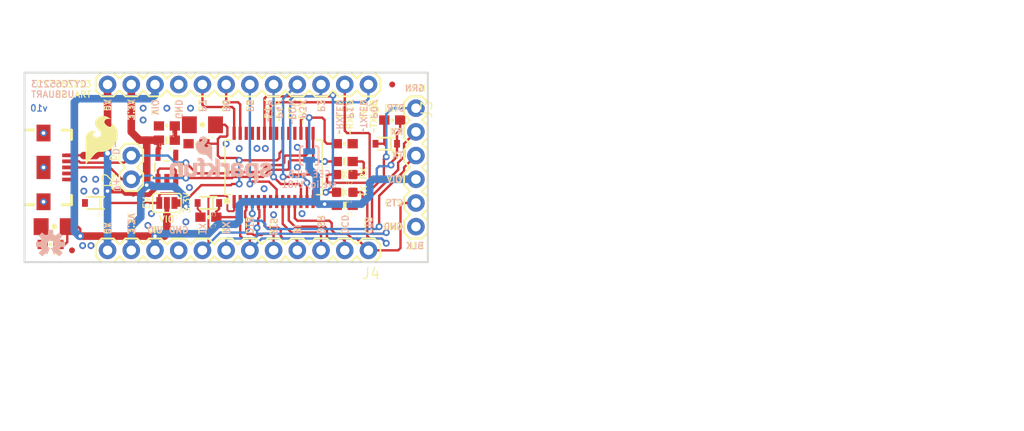
<source format=kicad_pcb>
(kicad_pcb (version 20211014) (generator pcbnew)
  (layers (0 "F.Cu" signal) (1 "In1.Cu" signal) (2 "In2.Cu" signal) (31 "B.Cu" signal) (34 "B.Paste" user) (35 "F.Paste" user) (36 "B.SilkS" user "B.Silkscreen") (37 "F.SilkS" user "F.Silkscreen") (38 "B.Mask" user) (39 "F.Mask" user) (44 "Edge.Cuts" user))
  (net 0 "")
  (net 1 "GND")
  (net 2 "5V")
  (net 3 "VDD")
  (net 4 "VCCIO")
  (net 5 "GPIO6")
  (net 6 "GPIO7")
  (net 7 "D-")
  (net 8 "D+")
  (net 9 "SHIELD_POUR")
  (net 10 "N$1")
  (net 11 "3.3V")
  (net 12 "N$2")
  (net 13 "N$3")
  (net 14 "GPIO0")
  (net 15 "GPIO1")
  (net 16 "GPIO3")
  (net 17 "GPIO2")
  (net 18 "GPIO4")
  (net 19 "RI")
  (net 20 "DCD")
  (net 21 "DSR")
  (net 22 "DTR")
  (net 23 "RTS")
  (net 24 "CTS")
  (net 25 "TXD")
  (net 26 "RXD")
  (net 27 "GPIO5")
  (net 28 "NC1")
  (footprint "boardEagle:MICRO-FIDUCIAL" (layer "F.Cu") (at 166.2811 96.1136)
    (fp_text reference "FD2" hide)
    (fp_text value "FIDUCIALUFIDUCIAL" hide)
  )
  (footprint "boardEagle:SOD-323" (layer "F.Cu") (at 146.5961 108.8136 180)
    (fp_text reference "D3")
    (fp_text value "PMEG4005EJ")
  )
  (footprint "boardEagle:1206-CAP" (layer "F.Cu") (at 145.9611 100.4316 180)
    (fp_text reference "C4")
    (fp_text value "4.7uF")
  )
  (footprint "boardEagle:PAD-JUMPER-3-2OF3_NC_BY_PASTE_YES_SILK_FULL_BOX" (layer "F.Cu") (at 142.1511 108.8136 180)
    (fp_text reference "JP1")
    (fp_text value "JUMPER-PAD-3-2OF3_NC_BY_PASTE")
  )
  (footprint "boardEagle:FTDI_BASIC" (layer "F.Cu") (at 168.8211 98.6536 -90)
    (fp_text reference "J3")
    (fp_text value "FTDI_BASICPTH")
  )
  (footprint "boardEagle:1X12" (layer "F.Cu") (at 163.7411 113.8936 180)
    (fp_text reference "J4")
    (fp_text value "")
  )
  (footprint "boardEagle:LED-0603" (layer "F.Cu") (at 161.2011 107.6706 90)
    (fp_text reference "D1")
    (fp_text value "RED")
  )
  (footprint "boardEagle:CREATIVE_COMMONS" (layer "F.Cu") (at 151.0411 132.9436)
    (fp_text reference "FRAME1" hide)
    (fp_text value "FRAME-LETTER" hide)
  )
  (footprint "boardEagle:1X02" (layer "F.Cu") (at 138.3411 106.2736 90)
    (fp_text reference "J2")
    (fp_text value "")
  )
  (footprint "boardEagle:0603-CAP" (layer "F.Cu") (at 166.2811 99.9236)
    (fp_text reference "C8")
    (fp_text value "10pF")
  )
  (footprint "boardEagle:0603-CAP" (layer "F.Cu") (at 142.1511 100.5586 180)
    (fp_text reference "C1")
    (fp_text value "2.2uF")
  )
  (footprint "boardEagle:0603-RES" (layer "F.Cu") (at 161.2011 104.3686 180)
    (fp_text reference "R4")
    (fp_text value "1K")
  )
  (footprint "boardEagle:SFE_LOGO_FLAME_.2" (layer "F.Cu") (at 133.1341 104.8766)
    (fp_text reference "LOGO5" hide)
    (fp_text value "SFE_LOGO_FLAME.2_INCH" hide)
  )
  (footprint "boardEagle:0603-CAP" (layer "F.Cu") (at 146.5961 110.3376 180)
    (fp_text reference "C7")
    (fp_text value "10pF")
  )
  (footprint "boardEagle:1X12" (layer "F.Cu") (at 163.7411 96.1136 180)
    (fp_text reference "J5")
    (fp_text value "")
  )
  (footprint "boardEagle:LED-0603" (layer "F.Cu") (at 161.2011 105.7656 90)
    (fp_text reference "D2")
    (fp_text value "GREEN")
  )
  (footprint "boardEagle:0603-CAP" (layer "F.Cu") (at 145.3261 102.4636 180)
    (fp_text reference "C3")
    (fp_text value "0.1uF")
  )
  (footprint "boardEagle:SOD-323" (layer "F.Cu") (at 165.6461 102.4636 180)
    (fp_text reference "D5")
    (fp_text value "PMEG4005EJ")
  )
  (footprint "boardEagle:USB-B-MICRO-SMD_V03" (layer "F.Cu") (at 128.9431 105.0036)
    (fp_text reference "J1")
    (fp_text value "MICROB")
  )
  (footprint "boardEagle:0603-RES" (layer "F.Cu") (at 142.1511 102.0826 180)
    (fp_text reference "R1")
    (fp_text value "0.27")
  )
  (footprint "boardEagle:SOT23-5" (layer "F.Cu") (at 142.1511 105.0036)
    (fp_text reference "U2")
    (fp_text value "3.3V")
  )
  (footprint "boardEagle:0603-RES" (layer "F.Cu") (at 161.2011 109.0676 180)
    (fp_text reference "R3")
    (fp_text value "1K")
  )
  (footprint "boardEagle:0603-CAP" (layer "F.Cu") (at 129.7051 113.2586 180)
    (fp_text reference "C5")
    (fp_text value "0.1uF")
  )
  (footprint "boardEagle:MICRO-FIDUCIAL" (layer "F.Cu") (at 131.9911 113.8936)
    (fp_text reference "FD1" hide)
    (fp_text value "FIDUCIALUFIDUCIAL" hide)
  )
  (footprint "boardEagle:SSOP28DB" (layer "F.Cu") (at 153.5811 105.0036)
    (fp_text reference "U1")
    (fp_text value "CY7C65213")
  )
  (footprint "boardEagle:1206-CAP" (layer "F.Cu") (at 130.0861 111.3536 180)
    (fp_text reference "C6")
    (fp_text value "4.7uF")
  )
  (footprint "boardEagle:0603-CAP" (layer "F.Cu") (at 161.2011 102.4636)
    (fp_text reference "C2")
    (fp_text value "1.0uF")
  )
  (footprint "boardEagle:SOD-323" (layer "F.Cu") (at 134.5311 108.8136 180)
    (fp_text reference "D4")
    (fp_text value "5.6V")
  )
  (footprint "boardEagle:OSHW-LOGO-S" (layer "B.Cu") (at 129.7051 113.2586 180)
    (fp_text reference "LOGO2" hide)
    (fp_text value "OSHW-LOGOS" hide)
  )
  (footprint "boardEagle:PAD-JUMPER-2-NO_YES_SILK" (layer "B.Cu") (at 157.3911 103.7336 90)
    (fp_text reference "JP2")
    (fp_text value "JUMPER-PAD-2-NOYES_SILK")
  )
  (footprint "boardEagle:SFE_LOGO_NAME_FLAME_.1" (layer "B.Cu") (at 153.8351 106.9086 180)
    (fp_text reference "LOGO1" hide)
    (fp_text value "SFE_LOGO_NAME_FLAME.1_INCH" hide)
  )
  (gr_line (start 126.9111 115.1636) (end 126.9111 94.8436) (layer "Edge.Cuts") (width 0.2032))
  (gr_line (start 170.0911 115.1636) (end 126.9111 115.1636) (layer "Edge.Cuts") (width 0.2032))
  (gr_line (start 170.0911 94.8436) (end 170.0911 115.1636) (layer "Edge.Cuts") (width 0.2032))
  (gr_line (start 126.9111 94.8436) (end 170.0911 94.8436) (layer "Edge.Cuts") (width 0.2032))
  (gr_text "v10" (at 129.4511 98.6536) (layer "B.Cu") (effects (font (size 0.69088 0.69088) (thickness 0.12192)) (justify left mirror)))
  (gr_text "VIO" (at 167.5511 106.2736) (layer "B.SilkS") (effects (font (size 0.69088 0.69088) (thickness 0.12192)) (justify left mirror)))
  (gr_text "RX" (at 167.5511 101.1936) (layer "B.SilkS") (effects (font (size 0.69088 0.69088) (thickness 0.12192)) (justify left mirror)))
  (gr_text "P6" (at 148.5011 97.6376 -90) (layer "B.SilkS") (effects (font (size 0.69088 0.69088) (thickness 0.12192)) (justify right mirror)))
  (gr_text "DCD" (at 161.2011 112.2426 -90) (layer "B.SilkS") (effects (font (size 0.69088 0.69088) (thickness 0.12192)) (justify left mirror)))
  (gr_text "GND" (at 143.4211 97.6376 -90) (layer "B.SilkS") (effects (font (size 0.69088 0.69088) (thickness 0.12192)) (justify right mirror)))
  (gr_text "GND" (at 143.4211 112.1156) (layer "B.SilkS") (effects (font (size 0.69088 0.69088) (thickness 0.12192)) (justify bottom mirror)))
  (gr_text "BLK" (at 168.6941 113.0046) (layer "B.SilkS") (effects (font (size 0.69088 0.69088) (thickness 0.12192)) (justify top mirror)))
  (gr_text "P5" (at 151.0411 97.6376 -90) (layer "B.SilkS") (effects (font (size 0.69088 0.69088) (thickness 0.12192)) (justify right mirror)))
  (gr_text "DTR" (at 151.0411 112.2426 -90) (layer "B.SilkS") (effects (font (size 0.69088 0.69088) (thickness 0.12192)) (justify left mirror)))
  (gr_text "3.3V" (at 138.3411 112.2426 -90) (layer "B.SilkS") (effects (font (size 0.69088 0.69088) (thickness 0.12192)) (justify left mirror)))
  (gr_text "5V" (at 135.8011 97.6376 -90) (layer "B.SilkS") (effects (font (size 0.69088 0.69088) (thickness 0.12192)) (justify right mirror)))
  (gr_text "RI" (at 156.1211 112.2426 -90) (layer "B.SilkS") (effects (font (size 0.69088 0.69088) (thickness 0.12192)) (justify left mirror)))
  (gr_text "DSR" (at 158.6611 112.2426 -90) (layer "B.SilkS") (effects (font (size 0.69088 0.69088) (thickness 0.12192)) (justify left mirror)))
  (gr_text "TX" (at 145.9611 112.2426 -90) (layer "B.SilkS") (effects (font (size 0.69088 0.69088) (thickness 0.12192)) (justify left mirror)))
  (gr_text "D-" (at 136.6901 103.7336 -90) (layer "B.SilkS") (effects (font (size 0.69088 0.69088) (thickness 0.12192)) (justify left mirror)))
  (gr_text "3.3V" (at 138.3411 97.6376 -90) (layer "B.SilkS") (effects (font (size 0.69088 0.69088) (thickness 0.12192)) (justify right mirror)))
  (gr_text "D+" (at 136.8171 106.0196 -90) (layer "B.SilkS") (effects (font (size 0.69088 0.69088) (thickness 0.12192)) (justify right mirror)))
  (gr_text "P0/\n~TXLED" (at 163.7411 97.6376 -90) (layer "B.SilkS") (effects (font (size 0.69088 0.69088) (thickness 0.12192)) (justify right mirror)))
  (gr_text "SEE WEB\nsfe.io/t481" (at 157.3911 106.2736) (layer "B.SilkS") (effects (font (size 0.69088 0.69088) (thickness 0.12192)) (justify mirror)))
  (gr_text "VIO" (at 140.8811 97.6376 -90) (layer "B.SilkS") (effects (font (size 0.69088 0.69088) (thickness 0.12192)) (justify right mirror)))
  (gr_text "P1/\n~RXLED" (at 161.2011 97.6376 -90) (layer "B.SilkS") (effects (font (size 0.69088 0.69088) (thickness 0.12192)) (justify right mirror)))
  (gr_text "TX" (at 167.5511 103.7336) (layer "B.SilkS") (effects (font (size 0.69088 0.69088) (thickness 0.12192)) (justify left mirror)))
  (gr_text "CY7C65213\nUSBUART" (at 127.5461 96.6216) (layer "B.SilkS") (effects (font (size 0.69088 0.69088) (thickness 0.12192)) (justify right mirror)))
  (gr_text "P2" (at 158.6611 97.6376 -90) (layer "B.SilkS") (effects (font (size 0.69088 0.69088) (thickness 0.12192)) (justify right mirror)))
  (gr_text "5V" (at 135.8011 112.2426 -90) (layer "B.SilkS") (effects (font (size 0.69088 0.69088) (thickness 0.12192)) (justify left mirror)))
  (gr_text "VIO" (at 140.8811 112.1156) (layer "B.SilkS") (effects (font (size 0.69088 0.69088) (thickness 0.12192)) (justify bottom mirror)))
  (gr_text "RTS" (at 153.5811 112.3696 -90) (layer "B.SilkS") (effects (font (size 0.69088 0.69088) (thickness 0.12192)) (justify left mirror)))
  (gr_text "P7" (at 145.9611 97.6376 -90) (layer "B.SilkS") (effects (font (size 0.69088 0.69088) (thickness 0.12192)) (justify right mirror)))
  (gr_text "RX" (at 148.5011 112.2426 -90) (layer "B.SilkS") (effects (font (size 0.69088 0.69088) (thickness 0.12192)) (justify left mirror)))
  (gr_text "GND" (at 167.5511 111.3536) (layer "B.SilkS") (effects (font (size 0.69088 0.69088) (thickness 0.12192)) (justify left mirror)))
  (gr_text "CTS" (at 167.5511 108.8136) (layer "B.SilkS") (effects (font (size 0.69088 0.69088) (thickness 0.12192)) (justify left mirror)))
  (gr_text "GRN" (at 168.6941 96.1136) (layer "B.SilkS") (effects (font (size 0.69088 0.69088) (thickness 0.12192)) (justify top mirror)))
  (gr_text "P4/\n~SLP" (at 153.5811 97.6376 -90) (layer "B.SilkS") (effects (font (size 0.69088 0.69088) (thickness 0.12192)) (justify right mirror)))
  (gr_text "CTS" (at 163.7411 112.2426 -90) (layer "B.SilkS") (effects (font (size 0.69088 0.69088) (thickness 0.12192)) (justify left mirror)))
  (gr_text "P3/\n~POW" (at 156.1211 97.6376 -90) (layer "B.SilkS") (effects (font (size 0.69088 0.69088) (thickness 0.12192)) (justify right mirror)))
  (gr_text "DTR" (at 167.6781 98.6536) (layer "B.SilkS") (effects (font (size 0.69088 0.69088) (thickness 0.12192)) (justify left mirror)))
  (gr_text "D-" (at 136.4361 104.3686 90) (layer "F.SilkS") (effects (font (size 0.69088 0.69088) (thickness 0.12192)) (justify left)))
  (gr_text "P1/\n~RXLED" (at 161.2011 97.6376 90) (layer "F.SilkS") (effects (font (size 0.69088 0.69088) (thickness 0.12192)) (justify right)))
  (gr_text "RX" (at 163.6141 105.6386 90) (layer "F.SilkS") (effects (font (size 0.69088 0.69088) (thickness 0.12192)) (justify bottom)))
  (gr_text "P4/\n~SLP" (at 153.5811 97.6376 90) (layer "F.SilkS") (effects (font (size 0.69088 0.69088) (thickness 0.12192)) (justify right)))
  (gr_text "D+" (at 136.4361 105.3846 90) (layer "F.SilkS") (effects (font (size 0.69088 0.69088) (thickness 0.12192)) (justify right)))
  (gr_text "DCD" (at 161.2011 112.2426 90) (layer "F.SilkS") (effects (font (size 0.69088 0.69088) (thickness 0.12192)) (justify left)))
  (gr_text "P3/\n~POW" (at 156.1211 97.6376 90) (layer "F.SilkS") (effects (font (size 0.69088 0.69088) (thickness 0.12192)) (justify right)))
  (gr_text "GND" (at 167.4241 111.3536) (layer "F.SilkS") (effects (font (size 0.69088 0.69088) (thickness 0.12192)) (justify right)))
  (gr_text "DSR" (at 158.6611 112.2426 90) (layer "F.SilkS") (effects (font (size 0.69088 0.69088) (thickness 0.12192)) (justify left)))
  (gr_text "3.3V" (at 138.3411 97.6376 90) (layer "F.SilkS") (effects (font (size 0.69088 0.69088) (thickness 0.12192)) (justify right)))
  (gr_text "VIO" (at 142.1511 110.9726) (layer "F.SilkS") (effects (font (size 0.69088 0.69088) (thickness 0.12192)) (justify bottom)))
  (gr_text "BLK" (at 168.8211 113.0046) (layer "F.SilkS") (effects (font (size 0.69088 0.69088) (thickness 0.12192)) (justify top)))
  (gr_text "CY7C65213\nUSBUART" (at 134.1501 96.6216) (layer "F.SilkS") (effects (font (size 0.69088 0.69088) (thickness 0.12192)) (justify right)))
  (gr_text "VIO" (at 167.4241 106.2736) (layer "F.SilkS") (effects (font (size 0.69088 0.69088) (thickness 0.12192)) (justify right)))
  (gr_text "TX" (at 163.6141 107.5436 90) (layer "F.SilkS") (effects (font (size 0.69088 0.69088) (thickness 0.12192)) (justify bottom)))
  (gr_text "RTS" (at 153.5811 112.3696 90) (layer "F.SilkS") (effects (font (size 0.69088 0.69088) (thickness 0.12192)) (justify left)))
  (gr_text "5V" (at 135.8011 112.2426 90) (layer "F.SilkS") (effects (font (size 0.69088 0.69088) (thickness 0.12192)) (justify left)))
  (gr_text "DTR" (at 167.4241 98.6536) (layer "F.SilkS") (effects (font (size 0.69088 0.69088) (thickness 0.12192)) (justify right)))
  (gr_text "GRN" (at 168.8211 96.1136) (layer "F.SilkS") (effects (font (size 0.69088 0.69088) (thickness 0.12192)) (justify top)))
  (gr_text "3.3V" (at 138.3411 112.2426 90) (layer "F.SilkS") (effects (font (size 0.69088 0.69088) (thickness 0.12192)) (justify left)))
  (gr_text "GND" (at 143.4211 97.6376 90) (layer "F.SilkS") (effects (font (size 0.69088 0.69088) (thickness 0.12192)) (justify right)))
  (gr_text "CTS" (at 163.7411 112.2426 90) (layer "F.SilkS") (effects (font (size 0.69088 0.69088) (thickness 0.12192)) (justify left)))
  (gr_text "VIO" (at 140.8811 97.6376 90) (layer "F.SilkS") (effects (font (size 0.69088 0.69088) (thickness 0.12192)) (justify right)))
  (gr_text "P5" (at 151.0411 97.6376 90) (layer "F.SilkS") (effects (font (size 0.69088 0.69088) (thickness 0.12192)) (justify right)))
  (gr_text "P6" (at 148.5011 97.6376 90) (layer "F.SilkS") (effects (font (size 0.69088 0.69088) (thickness 0.12192)) (justify right)))
  (gr_text "CTS" (at 167.4241 108.8136) (layer "F.SilkS") (effects (font (size 0.69088 0.69088) (thickness 0.12192)) (justify right)))
  (gr_text "TX" (at 167.4241 103.7336) (layer "F.SilkS") (effects (font (size 0.69088 0.69088) (thickness 0.12192)) (justify right)))
  (gr_text "VIO" (at 140.8811 112.1156) (layer "F.SilkS") (effects (font (size 0.69088 0.69088) (thickness 0.12192)) (justify bottom)))
  (gr_text "RI" (at 156.1211 112.2426 90) (layer "F.SilkS") (effects (font (size 0.69088 0.69088) (thickness 0.12192)) (justify left)))
  (gr_text "3.3V" (at 144.6911 108.8136 90) (layer "F.SilkS") (effects (font (size 0.69088 0.69088) (thickness 0.12192)) (justify bottom)))
  (gr_text "P7" (at 145.9611 97.6376 90) (layer "F.SilkS") (effects (font (size 0.69088 0.69088) (thickness 0.12192)) (justify right)))
  (gr_text "DTR" (at 151.0411 112.2426 90) (layer "F.SilkS") (effects (font (size 0.69088 0.69088) (thickness 0.12192)) (justify left)))
  (gr_text "RX" (at 148.5011 112.2426 90) (layer "F.SilkS") (effects (font (size 0.69088 0.69088) (thickness 0.12192)) (justify left)))
  (gr_text "P2" (at 158.6611 97.6376 90) (layer "F.SilkS") (effects (font (size 0.69088 0.69088) (thickness 0.12192)) (justify right)))
  (gr_text "GND" (at 143.4211 112.1156) (layer "F.SilkS") (effects (font (size 0.69088 0.69088) (thickness 0.12192)) (justify bottom)))
  (gr_text "P0/\n~TXLED" (at 163.7411 97.6376 90) (layer "F.SilkS") (effects (font (size 0.69088 0.69088) (thickness 0.12192)) (justify right)))
  (gr_text "5V" (at 135.8011 97.6376 90) (layer "F.SilkS") (effects (font (size 0.69088 0.69088) (thickness 0.12192)) (justify right)))
  (gr_text "5V" (at 140.3731 108.8136 90) (layer "F.SilkS") (effects (font (size 0.69088 0.69088) (thickness 0.12192)) (justify bottom)))
  (gr_text "RX" (at 167.4241 101.1936) (layer "F.SilkS") (effects (font (size 0.69088 0.69088) (thickness 0.12192)) (justify right)))
  (gr_text "TX" (at 145.9611 112.2426 90) (layer "F.SilkS") (effects (font (size 0.69088 0.69088) (thickness 0.12192)) (justify left)))
  (segment (start 145.7461 110.3376) (end 145.7461 109.7416) (width 0.2032) (layer "F.Cu") (net 1))
  (segment (start 145.4531 109.4486) (end 145.4531 108.9406) (width 0.2032) (layer "F.Cu") (net 1))
  (segment (start 145.7461 109.7416) (end 145.4531 109.4486) (width 0.2032) (layer "F.Cu") (net 1))
  (via (at 156.1211 102.8446) (size 0.7366) (drill 0.381) (layers "F.Cu" "B.Cu") (net 1))
  (via (at 133.2611 106.2736) (size 0.7366) (drill 0.381) (layers "F.Cu" "B.Cu") (net 1))
  (via (at 140.1191 111.2266) (size 0.7366) (drill 0.381) (layers "F.Cu" "B.Cu") (net 1))
  (via (at 133.2611 107.5436) (size 0.7366) (drill 0.381) (layers "F.Cu" "B.Cu") (net 1))
  (via (at 144.1831 110.8456) (size 0.7366) (drill 0.381) (layers "F.Cu" "B.Cu") (net 1))
  (via (at 156.1211 105.0036) (size 0.7366) (drill 0.381) (layers "F.Cu" "B.Cu") (net 1))
  (via (at 139.6111 98.6536) (size 0.7366) (drill 0.381) (layers "F.Cu" "B.Cu") (net 1))
  (via (at 140.5001 109.9566) (size 0.7366) (drill 0.381) (layers "F.Cu" "B.Cu") (net 1))
  (via (at 144.6911 98.6536) (size 0.7366) (drill 0.381) (layers "F.Cu" "B.Cu") (net 1))
  (via (at 142.1511 98.6536) (size 0.7366) (drill 0.381) (layers "F.Cu" "B.Cu") (net 1))
  (via (at 133.1341 113.3856) (size 0.7366) (drill 0.381) (layers "F.Cu" "B.Cu") (net 1))
  (via (at 144.5641 107.1626) (size 0.7366) (drill 0.381) (layers "F.Cu" "B.Cu") (net 1))
  (via (at 151.8031 102.9716) (size 0.7366) (drill 0.381) (layers "F.Cu" "B.Cu") (net 1))
  (via (at 139.6111 99.9236) (size 0.7366) (drill 0.381) (layers "F.Cu" "B.Cu") (net 1))
  (via (at 152.5651 107.2896) (size 0.7366) (drill 0.381) (layers "F.Cu" "B.Cu") (net 1))
  (via (at 134.0231 113.3856) (size 0.7366) (drill 0.381) (layers "F.Cu" "B.Cu") (net 1))
  (via (at 156.6291 109.9566) (size 0.7366) (drill 0.381) (layers "F.Cu" "B.Cu") (net 1))
  (via (at 152.6921 102.9716) (size 0.7366) (drill 0.381) (layers "F.Cu" "B.Cu") (net 1))
  (via (at 149.8981 102.9716) (size 0.7366) (drill 0.381) (layers "F.Cu" "B.Cu") (net 1))
  (via (at 153.5811 110.0836) (size 0.7366) (drill 0.381) (layers "F.Cu" "B.Cu") (net 1))
  (via (at 134.5311 107.5436) (size 0.7366) (drill 0.381) (layers "F.Cu" "B.Cu") (net 1))
  (via (at 148.5011 102.4636) (size 0.7366) (drill 0.381) (layers "F.Cu" "B.Cu") (net 1))
  (via (at 134.5311 106.2736) (size 0.7366) (drill 0.381) (layers "F.Cu" "B.Cu") (net 1))
  (segment (start 142.9131 105.1306) (end 141.3891 105.1306) (width 0.254) (layer "F.Cu") (net 2))
  (segment (start 149.0091 106.9086) (end 149.1361 106.7816) (width 0.254) (layer "F.Cu") (net 2))
  (segment (start 147.3611 100.4316) (end 148.3741 100.4316) (width 0.254) (layer "F.Cu") (net 2))
  (segment (start 141.3891 105.1306) (end 141.2011 105.3186) (width 0.254) (layer "F.Cu") (net 2))
  (segment (start 140.2461 107.9246) (end 141.2011 106.9696) (width 0.508) (layer "F.Cu") (net 2))
  (segment (start 141.2011 106.3037) (end 141.2011 105.3186) (width 0.254) (layer "F.Cu") (net 2))
  (segment (start 154.2161 103.4796) (end 154.5561 103.1396) (width 0.254) (layer "F.Cu") (net 2))
  (segment (start 134.7851 103.4796) (end 134.5311 103.7336) (width 0.8128) (layer "F.Cu") (net 2))
  (segment (start 139.4841 107.7976) (end 139.6111 107.9246) (width 0.508) (layer "F.Cu") (net 2))
  (segment (start 135.8011 107.5436) (end 137.4521 107.5436) (width 0.508) (layer "F.Cu") (net 2))
  (segment (start 148.6281 101.5746) (end 148.6281 100.6856) (width 0.254) (layer "F.Cu") (net 2))
  (segment (start 147.6121 102.4636) (end 147.6121 101.9556) (width 0.254) (layer "F.Cu") (net 2))
  (segment (start 141.2011 106.3037) (end 141.2011 106.9696) (width 0.508) (layer "F.Cu") (net 2))
  (segment (start 137.4521 107.5436) (end 137.7061 107.7976) (width 0.508) (layer "F.Cu") (net 2))
  (segment (start 147.6121 103.7336) (end 147.6121 102.4636) (width 0.254) (layer "F.Cu") (net 2))
  (segment (start 139.6111 107.9246) (end 140.2461 107.9246) (width 0.508) (layer "F.Cu") (net 2))
  (segment (start 137.7061 107.7976) (end 138.4681 107.7976) (width 0.508) (layer "F.Cu") (net 2))
  (segment (start 149.1361 106.7816) (end 149.8981 106.7816) (width 0.254) (layer "F.Cu") (net 2))
  (segment (start 135.6811 108.8136) (end 135.6811 107.6636) (width 0.254) (layer "F.Cu") (net 2))
  (segment (start 154.2161 103.9876) (end 154.2161 103.4796) (width 0.254) (layer "F.Cu") (net 2))
  (segment (start 149.6471 103.9906) (end 149.8981 104.2416) (width 0.254) (layer "F.Cu") (net 2))
  (segment (start 144.3101 108.1786) (end 144.5641 108.1786) (width 0.254) (layer "F.Cu") (net 2))
  (segment (start 133.2311 103.7036) (end 133.2611 103.7336) (width 0.254) (layer "F.Cu") (net 2))
  (segment (start 135.8011 103.4796) (end 134.7851 103.4796) (width 0.8128) (layer "F.Cu") (net 2))
  (segment (start 147.6121 101.9556) (end 147.8661 101.7016) (width 0.254) (layer "F.Cu") (net 2))
  (segment (start 147.8691 103.9906) (end 147.6121 103.7336) (width 0.254) (layer "F.Cu") (net 2))
  (segment (start 138.4681 107.7976) (end 139.4841 107.7976) (width 0.508) (layer "F.Cu") (net 2))
  (segment (start 131.6681 103.7036) (end 133.2311 103.7036) (width 0.254) (layer "F.Cu") (net 2))
  (segment (start 141.5161 107.7976) (end 143.9291 107.7976) (width 0.254) (layer "F.Cu") (net 2))
  (segment (start 149.6471 103.9906) (end 147.8691 103.9906) (width 0.254) (layer "F.Cu") (net 2))
  (segment (start 146.1761 102.4636) (end 147.6121 102.4636) (width 0.254) (layer "F.Cu") (net 2))
  (segment (start 148.5011 101.7016) (end 148.6281 101.5746) (width 0.254) (layer "F.Cu") (net 2))
  (segment (start 144.5641 108.1786) (end 145.8341 106.9086) (width 0.254) (layer "F.Cu") (net 2))
  (segment (start 153.9621 104.2416) (end 154.2161 103.9876) (width 0.254) (layer "F.Cu") (net 2))
  (segment (start 143.1011 106.3037) (end 143.1011 105.3186) (width 0.254) (layer "F.Cu") (net 2))
  (segment (start 154.5561 101.3476) (end 154.5561 103.1396) (width 0.254) (layer "F.Cu") (net 2))
  (segment (start 138.5561 107.8856) (end 138.4681 107.7976) (width 0.508) (layer "F.Cu") (net 2))
  (segment (start 145.8341 106.9086) (end 149.0091 106.9086) (width 0.254) (layer "F.Cu") (net 2))
  (segment (start 143.1011 105.3186) (end 142.9131 105.1306) (width 0.254) (layer "F.Cu") (net 2))
  (segment (start 143.9291 107.7976) (end 144.3101 108.1786) (width 0.254) (layer "F.Cu") (net 2))
  (segment (start 134.5311 103.7336) (end 133.2611 103.7336) (width 0.8128) (layer "F.Cu") (net 2))
  (segment (start 135.6811 107.6636) (end 135.8011 107.5436) (width 0.254) (layer "F.Cu") (net 2))
  (segment (start 149.8981 104.2416) (end 153.9621 104.2416) (width 0.254) (layer "F.Cu") (net 2))
  (segment (start 141.3383 108.8136) (end 135.6811 108.8136) (width 0.254) (layer "F.Cu") (net 2))
  (segment (start 135.8011 96.1136) (end 135.8011 103.4796) (width 0.8128) (layer "F.Cu") (net 2))
  (segment (start 148.6281 100.6856) (end 148.3741 100.4316) (width 0.254) (layer "F.Cu") (net 2))
  (segment (start 147.8661 101.7016) (end 148.5011 101.7016) (width 0.254) (layer "F.Cu") (net 2))
  (segment (start 141.3383 108.8136) (end 141.3383 107.9754) (width 0.254) (layer "F.Cu") (net 2))
  (segment (start 141.3383 107.9754) (end 141.5161 107.7976) (width 0.254) (layer "F.Cu") (net 2))
  (via (at 149.8981 104.2416) (size 0.7366) (drill 0.381) (layers "F.Cu" "B.Cu") (net 2))
  (via (at 135.8011 103.4796) (size 0.8636) (drill 0.508) (layers "F.Cu" "B.Cu") (net 2))
  (via (at 135.8011 107.5436) (size 0.7366) (drill 0.381) (layers "F.Cu" "B.Cu") (net 2))
  (via (at 149.8981 106.7816) (size 0.7366) (drill 0.381) (layers "F.Cu" "B.Cu") (net 2))
  (segment (start 135.8011 107.5436) (end 135.8011 113.8936) (width 0.8128) (layer "B.Cu") (net 2))
  (segment (start 149.8981 106.7816) (end 149.8981 104.2416) (width 0.254) (layer "B.Cu") (net 2))
  (segment (start 135.8011 103.4796) (end 135.8011 107.5436) (width 0.8128) (layer "B.Cu") (net 2))
  (segment (start 159.0421 99.9236) (end 159.0421 102.2096) (width 0.254) (layer "F.Cu") (net 3))
  (segment (start 159.2961 102.4636) (end 160.3511 102.4636) (width 0.254) (layer "F.Cu") (net 3))
  (segment (start 159.0421 102.2096) (end 159.2961 102.4636) (width 0.254) (layer "F.Cu") (net 3))
  (segment (start 157.3911 99.6696) (end 158.7881 99.6696) (width 0.254) (layer "F.Cu") (net 3))
  (segment (start 156.5061 99.9196) (end 156.7561 99.6696) (width 0.254) (layer "F.Cu") (net 3))
  (segment (start 156.7561 99.6696) (end 157.3911 99.6696) (width 0.254) (layer "F.Cu") (net 3))
  (segment (start 156.5061 101.3476) (end 156.5061 99.9196) (width 0.254) (layer "F.Cu") (net 3))
  (segment (start 158.7881 99.6696) (end 159.0421 99.9236) (width 0.254) (layer "F.Cu") (net 3))
  (via (at 157.3911 99.6696) (size 0.7366) (drill 0.381) (layers "F.Cu" "B.Cu") (net 3))
  (segment (start 157.3911 103.2836) (end 157.3911 99.6696) (width 0.254) (layer "B.Cu") (net 3))
  (segment (start 142.1511 108.8136) (end 142.1511 110.5916) (width 0.508) (layer "F.Cu") (net 4))
  (segment (start 151.3061 109.9456) (end 151.2951 109.9566) (width 0.254) (layer "F.Cu") (net 4))
  (segment (start 140.8811 112.3696) (end 141.8971 112.3696) (width 0.8128) (layer "F.Cu") (net 4))
  (segment (start 167.1311 100.9786) (end 166.7961 101.3136) (width 0.254) (layer "F.Cu") (net 4))
  (segment (start 166.7961 102.4636) (end 166.7961 101.3136) (width 0.254) (layer "F.Cu") (net 4))
  (segment (start 140.8811 112.3696) (end 140.8811 112.8776) (width 0.8128) (layer "F.Cu") (net 4))
  (segment (start 160.3511 109.0676) (end 159.1691 109.0676) (width 0.254) (layer "F.Cu") (net 4))
  (segment (start 131.8611 111.4836) (end 131.9911 111.3536) (width 0.254) (layer "F.Cu") (net 4))
  (segment (start 131.4861 111.3536) (end 131.4861 113.0016) (width 0.254) (layer "F.Cu") (net 4))
  (segment (start 167.1311 99.9236) (end 167.1311 100.9786) (width 0.254) (layer "F.Cu") (net 4))
  (segment (start 132.8801 112.3696) (end 140.8811 112.3696) (width 0.8128) (layer "F.Cu") (net 4))
  (segment (start 131.3561 111.4836) (end 131.4861 111.3536) (width 0.254) (layer "F.Cu") (net 4))
  (segment (start 142.1511 110.5916) (end 142.1511 112.1156) (width 0.8128) (layer "F.Cu") (net 4))
  (segment (start 151.3061 108.6596) (end 151.3061 109.9456) (width 0.254) (layer "F.Cu") (net 4))
  (segment (start 131.4861 111.3536) (end 132.6261 111.3536) (width 0.254) (layer "F.Cu") (net 4))
  (segment (start 166.1541 104.4956) (end 166.7961 103.8536) (width 0.254) (layer "F.Cu") (net 4))
  (segment (start 141.8971 112.3696) (end 142.1511 112.1156) (width 0.8128) (layer "F.Cu") (net 4))
  (segment (start 166.1541 104.7496) (end 166.1541 104.4956) (width 0.254) (layer "F.Cu") (net 4))
  (segment (start 166.7961 102.4636) (end 166.7961 103.8536) (width 0.254) (layer "F.Cu") (net 4))
  (segment (start 130.5551 113.2586) (end 131.2291 113.2586) (width 0.254) (layer "F.Cu") (net 4))
  (segment (start 131.4861 113.0016) (end 131.2291 113.2586) (width 0.254) (layer "F.Cu") (net 4))
  (segment (start 159.1691 109.0676) (end 159.0421 108.9406) (width 0.254) (layer "F.Cu") (net 4))
  (segment (start 142.2781 109.9566) (end 142.1511 110.0836) (width 0.254) (layer "F.Cu") (net 4))
  (segment (start 131.3561 111.4836) (end 131.8611 111.4836) (width 0.254) (layer "F.Cu") (net 4))
  (segment (start 132.8801 111.6076) (end 132.8801 112.3696) (width 0.254) (layer "F.Cu") (net 4))
  (segment (start 142.1511 110.0836) (end 142.1511 110.5916) (width 0.8128) (layer "F.Cu") (net 4))
  (segment (start 132.6261 111.3536) (end 132.8801 111.6076) (width 0.254) (layer "F.Cu") (net 4))
  (segment (start 160.3511 104.3686) (end 159.0421 104.3686) (width 0.254) (layer "F.Cu") (net 4))
  (via (at 140.8811 112.3696) (size 0.7366) (drill 0.381) (layers "F.Cu" "B.Cu") (net 4))
  (via (at 166.1541 104.7496) (size 0.7366) (drill 0.381) (layers "F.Cu" "B.Cu") (net 4))
  (via (at 159.0421 108.9406) (size 0.7366) (drill 0.381) (layers "F.Cu" "B.Cu") (net 4))
  (via (at 159.0421 104.3686) (size 0.7366) (drill 0.381) (layers "F.Cu" "B.Cu") (net 4))
  (via (at 151.2951 109.9566) (size 0.7366) (drill 0.381) (layers "F.Cu" "B.Cu") (net 4))
  (via (at 132.8801 112.3696) (size 0.7366) (drill 0.381) (layers "F.Cu" "B.Cu") (net 4))
  (segment (start 132.8801 112.3696) (end 132.7531 112.3696) (width 0.8128) (layer "B.Cu") (net 4))
  (segment (start 158.1531 105.8926) (end 158.1531 108.6866) (width 0.8128) (layer "B.Cu") (net 4))
  (segment (start 165.0111 106.2736) (end 168.8211 106.2736) (width 0.8128) (layer "B.Cu") (net 4))
  (segment (start 163.8681 106.6546) (end 164.2491 106.2736) (width 0.8128) (layer "B.Cu") (net 4))
  (segment (start 151.0411 108.6866) (end 158.1531 108.6866) (width 0.8128) (layer "B.Cu") (net 4))
  (segment (start 146.5961 112.1156) (end 147.6121 111.0996) (width 0.8128) (layer "B.Cu") (net 4))
  (segment (start 164.6301 105.8926) (end 165.0111 106.2736) (width 0.254) (layer "B.Cu") (net 4))
  (segment (start 164.8841 104.8766) (end 166.0271 104.8766) (width 0.254) (layer "B.Cu") (net 4))
  (segment (start 140.8811 97.2566) (end 140.5001 97.6376) (width 0.8128) (layer "B.Cu") (net 4))
  (segment (start 147.6121 111.0996) (end 149.5171 111.0996) (width 0.8128) (layer "B.Cu") (net 4))
  (segment (start 132.2451 98.0186) (end 132.2451 111.8616) (width 0.8128) (layer "B.Cu") (net 4))
  (segment (start 140.8811 96.1136) (end 140.8811 97.2566) (width 0.8128) (layer "B.Cu") (net 4))
  (segment (start 162.9791 108.9406) (end 163.8681 108.0516) (width 0.8128) (layer "B.Cu") (net 4))
  (segment (start 157.3911 104.1836) (end 158.3491 104.1836) (width 0.254) (layer "B.Cu") (net 4))
  (segment (start 146.5961 112.1156) (end 141.1351 112.1156) (width 0.8128) (layer "B.Cu") (net 4))
  (segment (start 150.2791 108.6866) (end 151.0411 108.6866) (width 0.8128) (layer "B.Cu") (net 4))
  (segment (start 140.8811 112.3696) (end 140.8811 113.8936) (width 0.8128) (layer "B.Cu") (net 4))
  (segment (start 157.3911 104.6226) (end 157.3911 105.1306) (width 0.8128) (layer "B.Cu") (net 4))
  (segment (start 141.1351 112.1156) (end 140.8811 112.3696) (width 0.8128) (layer "B.Cu") (net 4))
  (segment (start 132.7531 112.3696) (end 132.2451 111.8616) (width 0.8128) (layer "B.Cu") (net 4))
  (segment (start 149.8981 110.7186) (end 149.8981 109.0676) (width 0.8128) (layer "B.Cu") (net 4))
  (segment (start 163.8681 108.0516) (end 163.8681 106.6546) (width 0.8128) (layer "B.Cu") (net 4))
  (segment (start 159.0421 108.9406) (end 162.9791 108.9406) (width 0.8128) (layer "B.Cu") (net 4))
  (segment (start 164.6301 105.1306) (end 164.8841 104.8766) (width 0.254) (layer "B.Cu") (net 4))
  (segment (start 158.5341 104.3686) (end 158.3491 104.1836) (width 0.254) (layer "B.Cu") (net 4))
  (segment (start 132.6261 97.6376) (end 132.2451 98.0186) (width 0.8128) (layer "B.Cu") (net 4))
  (segment (start 157.3911 104.1836) (end 157.3911 104.6226) (width 0.508) (layer "B.Cu") (net 4))
  (segment (start 149.5171 111.0996) (end 149.8981 110.7186) (width 0.8128) (layer "B.Cu") (net 4))
  (segment (start 149.8981 109.0676) (end 150.2791 108.6866) (width 0.8128) (layer "B.Cu") (net 4))
  (segment (start 164.2491 106.2736) (end 165.0111 106.2736) (width 0.8128) (layer "B.Cu") (net 4))
  (segment (start 151.2951 109.9566) (end 151.2951 108.9406) (width 0.254) (layer "B.Cu") (net 4))
  (segment (start 166.0271 104.8766) (end 166.1541 104.7496) (width 0.254) (layer "B.Cu") (net 4))
  (segment (start 158.4071 108.9406) (end 159.0421 108.9406) (width 0.8128) (layer "B.Cu") (net 4))
  (segment (start 159.0421 104.3686) (end 158.5341 104.3686) (width 0.254) (layer "B.Cu") (net 4))
  (segment (start 157.3911 105.1306) (end 158.1531 105.8926) (width 0.8128) (layer "B.Cu") (net 4))
  (segment (start 158.1531 108.6866) (end 158.4071 108.9406) (width 0.8128) (layer "B.Cu") (net 4))
  (segment (start 151.2951 108.9406) (end 151.0411 108.6866) (width 0.254) (layer "B.Cu") (net 4))
  (segment (start 164.6301 105.8926) (end 164.6301 105.1306) (width 0.254) (layer "B.Cu") (net 4))
  (segment (start 140.5001 97.6376) (end 132.6261 97.6376) (width 0.8128) (layer "B.Cu") (net 4))
  (segment (start 148.7551 98.0186) (end 148.5011 97.7646) (width 0.254) (layer "F.Cu") (net 5))
  (segment (start 149.7711 98.0186) (end 148.7551 98.0186) (width 0.254) (layer "F.Cu") (net 5))
  (segment (start 148.5011 97.7646) (end 148.5011 96.1136) (width 0.254) (layer "F.Cu") (net 5))
  (segment (start 150.0061 98.2536) (end 150.0061 101.3476) (width 0.254) (layer "F.Cu") (net 5))
  (segment (start 150.0061 98.2536) (end 149.7711 98.0186) (width 0.254) (layer "F.Cu") (net 5))
  (segment (start 146.2151 98.5266) (end 145.9611 98.2726) (width 0.254) (layer "F.Cu") (net 6))
  (segment (start 149.1361 98.5266) (end 146.2151 98.5266) (width 0.254) (layer "F.Cu") (net 6))
  (segment (start 149.3561 98.7466) (end 149.3561 101.3476) (width 0.254) (layer "F.Cu") (net 6))
  (segment (start 149.3561 98.7466) (end 149.1361 98.5266) (width 0.254) (layer "F.Cu") (net 6))
  (segment (start 145.9611 98.2726) (end 145.9611 96.1136) (width 0.254) (layer "F.Cu") (net 6))
  (segment (start 152.1841 105.5116) (end 152.9461 104.7496) (width 0.254) (layer "F.Cu") (net 7))
  (segment (start 144.1831 104.4956) (end 145.3261 105.6386) (width 0.254) (layer "F.Cu") (net 7))
  (segment (start 131.6681 104.3536) (end 132.7381 104.3536) (width 0.254) (layer "F.Cu") (net 7))
  (segment (start 154.7241 103.8606) (end 154.8511 103.7336) (width 0.254) (layer "F.Cu") (net 7))
  (segment (start 148.7551 105.6386) (end 148.8821 105.5116) (width 0.254) (layer "F.Cu") (net 7))
  (segment (start 132.8801 104.4956) (end 137.5791 104.4956) (width 0.254) (layer "F.Cu") (net 7))
  (segment (start 154.7241 104.4956) (end 154.7241 103.8606) (width 0.254) (layer "F.Cu") (net 7))
  (segment (start 148.8821 105.5116) (end 152.1841 105.5116) (width 0.254) (layer "F.Cu") (net 7))
  (segment (start 152.9461 104.7496) (end 154.4701 104.7496) (width 0.254) (layer "F.Cu") (net 7))
  (segment (start 154.4701 104.7496) (end 154.7241 104.4956) (width 0.254) (layer "F.Cu") (net 7))
  (segment (start 145.3261 105.6386) (end 148.7551 105.6386) (width 0.254) (layer "F.Cu") (net 7))
  (segment (start 137.5791 104.4956) (end 138.3411 103.7336) (width 0.254) (layer "F.Cu") (net 7))
  (segment (start 157.0101 103.7336) (end 157.1561 103.5876) (width 0.254) (layer "F.Cu") (net 7))
  (segment (start 154.8511 103.7336) (end 157.0101 103.7336) (width 0.254) (layer "F.Cu") (net 7))
  (segment (start 157.1561 101.3476) (end 157.1561 103.5876) (width 0.254) (layer "F.Cu") (net 7))
  (segment (start 132.7381 104.3536) (end 132.8801 104.4956) (width 0.254) (layer "F.Cu") (net 7))
  (via (at 144.1831 104.4956) (size 0.7366) (drill 0.381) (layers "F.Cu" "B.Cu") (net 7))
  (segment (start 142.2781 103.7336) (end 143.0401 104.4956) (width 0.254) (layer "B.Cu") (net 7))
  (segment (start 143.0401 104.4956) (end 144.1831 104.4956) (width 0.254) (layer "B.Cu") (net 7))
  (segment (start 138.3411 103.7336) (end 142.2781 103.7336) (width 0.254) (layer "B.Cu") (net 7))
  (segment (start 149.1361 106.1466) (end 149.2631 106.0196) (width 0.254) (layer "F.Cu") (net 8))
  (segment (start 155.2321 104.3686) (end 155.3591 104.2416) (width 0.254) (layer "F.Cu") (net 8))
  (segment (start 144.1831 106.1466) (end 149.1361 106.1466) (width 0.254) (layer "F.Cu") (net 8))
  (segment (start 157.8061 101.3476) (end 157.8061 104.0806) (width 0.254) (layer "F.Cu") (net 8))
  (segment (start 157.6451 104.2416) (end 157.8061 104.0806) (width 0.254) (layer "F.Cu") (net 8))
  (segment (start 138.3411 106.2736) (end 137.3251 106.2736) (width 0.254) (layer "F.Cu") (net 8))
  (segment (start 136.0551 105.0036) (end 137.3251 106.2736) (width 0.254) (layer "F.Cu") (net 8))
  (segment (start 131.6681 105.0036) (end 136.0551 105.0036) (width 0.254) (layer "F.Cu") (net 8))
  (segment (start 149.2631 106.0196) (end 152.4381 106.0196) (width 0.254) (layer "F.Cu") (net 8))
  (segment (start 152.4381 106.0196) (end 153.2001 105.2576) (width 0.254) (layer "F.Cu") (net 8))
  (segment (start 155.2321 105.1306) (end 155.2321 104.3686) (width 0.254) (layer "F.Cu") (net 8))
  (segment (start 155.3591 104.2416) (end 157.6451 104.2416) (width 0.254) (layer "F.Cu") (net 8))
  (segment (start 155.1051 105.2576) (end 155.2321 105.1306) (width 0.254) (layer "F.Cu") (net 8))
  (segment (start 153.2001 105.2576) (end 155.1051 105.2576) (width 0.254) (layer "F.Cu") (net 8))
  (via (at 144.1831 106.1466) (size 0.7366) (drill 0.381) (layers "F.Cu" "B.Cu") (net 8))
  (segment (start 140.5001 105.8926) (end 140.7541 106.1466) (width 0.254) (layer "B.Cu") (net 8))
  (segment (start 139.4841 105.8926) (end 140.5001 105.8926) (width 0.254) (layer "B.Cu") (net 8))
  (segment (start 139.1031 106.2736) (end 139.4841 105.8926) (width 0.254) (layer "B.Cu") (net 8))
  (segment (start 138.3411 106.2736) (end 139.1031 106.2736) (width 0.254) (layer "B.Cu") (net 8))
  (segment (start 140.7541 106.1466) (end 144.1831 106.1466) (width 0.254) (layer "B.Cu") (net 8))
  (via (at 128.9431 105.0036) (size 0.7366) (drill 0.381) (layers "F.Cu" "B.Cu") (net 9))
  (via (at 128.9431 101.3206) (size 0.7366) (drill 0.381) (layers "F.Cu" "B.Cu") (net 9))
  (via (at 128.9431 108.6866) (size 0.7366) (drill 0.381) (layers "F.Cu" "B.Cu") (net 9))
  (segment (start 143.0011 102.0826) (end 143.0011 100.5586) (width 0.508) (layer "F.Cu") (net 10))
  (segment (start 143.2941 108.8136) (end 143.8021 108.8136) (width 0.8128) (layer "F.Cu") (net 11))
  (segment (start 140.7541 102.0826) (end 139.9921 102.0826) (width 0.8128) (layer "F.Cu") (net 11))
  (segment (start 139.9921 106.9086) (end 139.9921 102.0826) (width 0.8128) (layer "F.Cu") (net 11))
  (segment (start 141.2011 103.7035) (end 141.2011 103.0326) (width 0.508) (layer "F.Cu") (net 11))
  (segment (start 139.2301 102.0826) (end 138.3411 101.1936) (width 0.8128) (layer "F.Cu") (net 11))
  (segment (start 141.3011 102.0826) (end 140.7541 102.0826) (width 0.508) (layer "F.Cu") (net 11))
  (segment (start 142.9639 108.8136) (end 143.2941 108.8136) (width 0.508) (layer "F.Cu") (net 11))
  (segment (start 138.3411 101.1936) (end 138.3411 96.1136) (width 0.8128) (layer "F.Cu") (net 11))
  (segment (start 143.8021 108.8136) (end 144.1831 109.1946) (width 0.8128) (layer "F.Cu") (net 11))
  (segment (start 139.9921 102.0826) (end 139.2301 102.0826) (width 0.8128) (layer "F.Cu") (net 11))
  (segment (start 141.3011 102.0826) (end 141.3011 102.9326) (width 0.508) (layer "F.Cu") (net 11))
  (segment (start 141.2011 103.0326) (end 141.3011 102.9326) (width 0.508) (layer "F.Cu") (net 11))
  (via (at 144.1831 109.1946) (size 0.7366) (drill 0.381) (layers "F.Cu" "B.Cu") (net 11))
  (via (at 139.9921 106.9086) (size 0.7366) (drill 0.381) (layers "F.Cu" "B.Cu") (net 11))
  (segment (start 138.3411 111.3536) (end 138.3411 113.8936) (width 0.8128) (layer "B.Cu") (net 11))
  (segment (start 144.1831 109.1946) (end 144.1831 108.3056) (width 0.8128) (layer "B.Cu") (net 11))
  (segment (start 139.3571 107.5436) (end 139.3571 110.3376) (width 0.8128) (layer "B.Cu") (net 11))
  (segment (start 144.1831 108.3056) (end 142.9131 107.0356) (width 0.8128) (layer "B.Cu") (net 11))
  (segment (start 140.5001 106.9086) (end 139.9921 106.9086) (width 0.8128) (layer "B.Cu") (net 11))
  (segment (start 139.9921 106.9086) (end 139.3571 107.5436) (width 0.8128) (layer "B.Cu") (net 11))
  (segment (start 140.6271 107.0356) (end 140.5001 106.9086) (width 0.8128) (layer "B.Cu") (net 11))
  (segment (start 142.9131 107.0356) (end 140.6271 107.0356) (width 0.8128) (layer "B.Cu") (net 11))
  (segment (start 139.3571 110.3376) (end 138.3411 111.3536) (width 0.8128) (layer "B.Cu") (net 11))
  (segment (start 163.2331 105.6386) (end 163.2331 104.4956) (width 0.254) (layer "F.Cu") (net 12))
  (segment (start 163.1061 105.7656) (end 163.2331 105.6386) (width 0.254) (layer "F.Cu") (net 12))
  (segment (start 162.0781 105.7656) (end 163.1061 105.7656) (width 0.254) (layer "F.Cu") (net 12))
  (segment (start 162.0511 104.3686) (end 163.1061 104.3686) (width 0.254) (layer "F.Cu") (net 12))
  (segment (start 163.1061 104.3686) (end 163.2331 104.4956) (width 0.254) (layer "F.Cu") (net 12))
  (segment (start 163.1061 108.9406) (end 162.9791 109.0676) (width 0.254) (layer "F.Cu") (net 13))
  (segment (start 163.1061 107.7976) (end 163.1061 108.9406) (width 0.254) (layer "F.Cu") (net 13))
  (segment (start 162.0781 107.6706) (end 162.9791 107.6706) (width 0.254) (layer "F.Cu") (net 13))
  (segment (start 162.9791 109.0676) (end 162.0511 109.0676) (width 0.254) (layer "F.Cu") (net 13))
  (segment (start 162.9791 107.6706) (end 163.1061 107.7976) (width 0.254) (layer "F.Cu") (net 13))
  (segment (start 160.3241 107.6706) (end 159.1691 107.6706) (width 0.254) (layer "F.Cu") (net 14))
  (segment (start 159.8041 97.3836) (end 159.9311 97.2566) (width 0.254) (layer "F.Cu") (net 14))
  (segment (start 152.8191 97.3836) (end 159.8041 97.3836) (width 0.254) (layer "F.Cu") (net 14))
  (segment (start 152.6061 101.3476) (end 152.6061 97.5966) (width 0.254) (layer "F.Cu") (net 14))
  (segment (start 152.6061 97.5966) (end 152.8191 97.3836) (width 0.254) (layer "F.Cu") (net 14))
  (via (at 159.9311 97.2566) (size 0.7366) (drill 0.381) (layers "F.Cu" "B.Cu") (net 14))
  (via (at 159.1691 107.6706) (size 0.7366) (drill 0.381) (layers "F.Cu" "B.Cu") (net 14))
  (segment (start 159.9311 106.9086) (end 159.1691 107.6706) (width 0.254) (layer "B.Cu") (net 14))
  (segment (start 160.0581 98.0186) (end 163.3601 98.0186) (width 0.254) (layer "B.Cu") (net 14))
  (segment (start 160.0581 98.0186) (end 159.9311 97.8916) (width 0.254) (layer "B.Cu") (net 14))
  (segment (start 163.3601 98.0186) (end 163.7411 97.6376) (width 0.254) (layer "B.Cu") (net 14))
  (segment (start 163.7411 97.6376) (end 163.7411 96.1136) (width 0.254) (layer "B.Cu") (net 14))
  (segment (start 159.9311 97.2566) (end 159.9311 97.8916) (width 0.254) (layer "B.Cu") (net 14))
  (segment (start 159.9311 97.8916) (end 159.9311 106.9086) (width 0.254) (layer "B.Cu") (net 14))
  (segment (start 153.2561 98.2166) (end 153.4541 98.0186) (width 0.254) (layer "F.Cu") (net 15))
  (segment (start 163.8681 101.4476) (end 163.8681 106.4006) (width 0.254) (layer "F.Cu") (net 15))
  (segment (start 163.7411 101.3206) (end 163.8681 101.4476) (width 0.254) (layer "F.Cu") (net 15))
  (segment (start 153.4541 98.0186) (end 161.2011 98.0186) (width 0.254) (layer "F.Cu") (net 15))
  (segment (start 161.2011 96.1136) (end 161.2011 98.0186) (width 0.254) (layer "F.Cu") (net 15))
  (segment (start 161.2011 98.0186) (end 161.2011 101.0666) (width 0.254) (layer "F.Cu") (net 15))
  (segment (start 159.2961 106.5276) (end 159.2961 105.8926) (width 0.254) (layer "F.Cu") (net 15))
  (segment (start 163.6141 106.6546) (end 159.4231 106.6546) (width 0.254) (layer "F.Cu") (net 15))
  (segment (start 159.4231 106.6546) (end 159.2961 106.5276) (width 0.254) (layer "F.Cu") (net 15))
  (segment (start 161.4551 101.3206) (end 163.7411 101.3206) (width 0.254) (layer "F.Cu") (net 15))
  (segment (start 159.4231 105.7656) (end 160.3241 105.7656) (width 0.254) (layer "F.Cu") (net 15))
  (segment (start 163.8681 106.4006) (end 163.6141 106.6546) (width 0.254) (layer "F.Cu") (net 15))
  (segment (start 161.2011 101.0666) (end 161.4551 101.3206) (width 0.254) (layer "F.Cu") (net 15))
  (segment (start 159.2961 105.8926) (end 159.4231 105.7656) (width 0.254) (layer "F.Cu") (net 15))
  (segment (start 153.2561 101.3476) (end 153.2561 98.2166) (width 0.254) (layer "F.Cu") (net 15))
  (segment (start 158.0261 107.2896) (end 158.0261 106.1466) (width 0.254) (layer "F.Cu") (net 16))
  (segment (start 158.0261 106.1466) (end 157.6451 105.7656) (width 0.254) (layer "F.Cu") (net 16))
  (segment (start 157.8061 107.5096) (end 158.0261 107.2896) (width 0.254) (layer "F.Cu") (net 16))
  (segment (start 155.2321 106.0196) (end 154.5971 106.0196) (width 0.254) (layer "F.Cu") (net 16))
  (segment (start 155.4861 105.7656) (end 155.2321 106.0196) (width 0.254) (layer "F.Cu") (net 16))
  (segment (start 157.6451 105.7656) (end 155.4861 105.7656) (width 0.254) (layer "F.Cu") (net 16))
  (segment (start 157.8061 108.6596) (end 157.8061 107.5096) (width 0.254) (layer "F.Cu") (net 16))
  (via (at 154.5971 106.0196) (size 0.7366) (drill 0.381) (layers "F.Cu" "B.Cu") (net 16))
  (segment (start 154.5971 106.0196) (end 154.5971 97.6376) (width 0.254) (layer "B.Cu") (net 16))
  (segment (start 154.5971 97.6376) (end 156.1211 96.1136) (width 0.254) (layer "B.Cu") (net 16))
  (segment (start 157.1561 108.6596) (end 157.1561 106.6736) (width 0.254) (layer "F.Cu") (net 17))
  (segment (start 157.1561 106.6736) (end 157.1371 106.6546) (width 0.254) (layer "F.Cu") (net 17))
  (via (at 157.1371 106.6546) (size 0.7366) (drill 0.381) (layers "F.Cu" "B.Cu") (net 17))
  (segment (start 157.1371 106.6546) (end 157.1371 106.4006) (width 0.254) (layer "B.Cu") (net 17))
  (segment (start 158.6611 97.1296) (end 158.6611 96.1136) (width 0.254) (layer "B.Cu") (net 17))
  (segment (start 156.7561 106.0196) (end 155.6131 106.0196) (width 0.254) (layer "B.Cu") (net 17))
  (segment (start 155.3591 97.7646) (end 155.7401 97.3836) (width 0.254) (layer "B.Cu") (net 17))
  (segment (start 158.4071 97.3836) (end 158.6611 97.1296) (width 0.254) (layer "B.Cu") (net 17))
  (segment (start 155.6131 106.0196) (end 155.3591 105.7656) (width 0.254) (layer "B.Cu") (net 17))
  (segment (start 155.3591 105.7656) (end 155.3591 97.7646) (width 0.254) (layer "B.Cu") (net 17))
  (segment (start 157.1371 106.4006) (end 156.7561 106.0196) (width 0.254) (layer "B.Cu") (net 17))
  (segment (start 155.7401 97.3836) (end 158.4071 97.3836) (width 0.254) (layer "B.Cu") (net 17))
  (segment (start 154.3431 106.7816) (end 153.5811 106.0196) (width 0.254) (layer "F.Cu") (net 18))
  (segment (start 156.5061 107.0396) (end 156.2481 106.7816) (width 0.254) (layer "F.Cu") (net 18))
  (segment (start 156.2481 106.7816) (end 154.3431 106.7816) (width 0.254) (layer "F.Cu") (net 18))
  (segment (start 156.5061 108.6596) (end 156.5061 107.0396) (width 0.254) (layer "F.Cu") (net 18))
  (via (at 153.5811 106.0196) (size 0.7366) (drill 0.381) (layers "F.Cu" "B.Cu") (net 18))
  (segment (start 153.5811 106.0196) (end 153.5811 96.1136) (width 0.254) (layer "B.Cu") (net 18))
  (segment (start 152.8191 111.4806) (end 154.0891 111.4806) (width 0.254) (layer "F.Cu") (net 19))
  (segment (start 152.6061 108.6596) (end 152.6061 111.2676) (width 0.254) (layer "F.Cu") (net 19))
  (segment (start 154.0891 111.4806) (end 154.3431 111.7346) (width 0.254) (layer "F.Cu") (net 19))
  (segment (start 155.8671 112.6236) (end 156.1211 112.8776) (width 0.254) (layer "F.Cu") (net 19))
  (segment (start 154.3431 111.7346) (end 154.3431 112.3696) (width 0.254) (layer "F.Cu") (net 19))
  (segment (start 154.3431 112.3696) (end 154.5971 112.6236) (width 0.254) (layer "F.Cu") (net 19))
  (segment (start 156.1211 112.8776) (end 156.1211 113.8936) (width 0.254) (layer "F.Cu") (net 19))
  (segment (start 154.5971 112.6236) (end 155.8671 112.6236) (width 0.254) (layer "F.Cu") (net 19))
  (segment (start 152.6061 111.2676) (end 152.8191 111.4806) (width 0.254) (layer "F.Cu") (net 19))
  (segment (start 155.8671 111.3536) (end 159.0421 111.3536) (width 0.254) (layer "F.Cu") (net 20))
  (segment (start 155.2061 110.6926) (end 155.8671 111.3536) (width 0.254) (layer "F.Cu") (net 20))
  (segment (start 155.2061 108.6596) (end 155.2061 110.6926) (width 0.254) (layer "F.Cu") (net 20))
  (segment (start 159.2961 112.4966) (end 159.4231 112.6236) (width 0.254) (layer "F.Cu") (net 20))
  (segment (start 159.4231 112.6236) (end 160.9471 112.6236) (width 0.254) (layer "F.Cu") (net 20))
  (segment (start 159.0421 111.3536) (end 159.2961 111.6076) (width 0.254) (layer "F.Cu") (net 20))
  (segment (start 161.2011 112.8776) (end 161.2011 113.8936) (width 0.254) (layer "F.Cu") (net 20))
  (segment (start 159.2961 111.6076) (end 159.2961 112.4966) (width 0.254) (layer "F.Cu") (net 20))
  (segment (start 160.9471 112.6236) (end 161.2011 112.8776) (width 0.254) (layer "F.Cu") (net 20))
  (segment (start 154.5561 108.6596) (end 154.5561 111.0586) (width 0.254) (layer "F.Cu") (net 21))
  (segment (start 154.5561 111.0586) (end 155.4861 111.9886) (width 0.254) (layer "F.Cu") (net 21))
  (segment (start 158.5341 111.9886) (end 158.6611 112.1156) (width 0.254) (layer "F.Cu") (net 21))
  (segment (start 155.4861 111.9886) (end 158.5341 111.9886) (width 0.254) (layer "F.Cu") (net 21))
  (segment (start 158.6611 112.1156) (end 158.6611 113.8936) (width 0.254) (layer "F.Cu") (net 21))
  (segment (start 147.4461 109.7416) (end 147.7461 109.4416) (width 0.254) (layer "F.Cu") (net 22))
  (segment (start 147.4461 110.3376) (end 147.4461 109.7416) (width 0.254) (layer "F.Cu") (net 22))
  (segment (start 165.4311 99.9236) (end 165.4311 102.4246) (width 0.254) (layer "F.Cu") (net 22))
  (segment (start 164.4961 102.4636) (end 165.3921 102.4636) (width 0.254) (layer "F.Cu") (net 22))
  (segment (start 150.0061 112.3506) (end 150.2791 112.6236) (width 0.254) (layer "F.Cu") (net 22))
  (segment (start 165.3921 106.0196) (end 165.3921 104.1146) (width 0.254) (layer "F.Cu") (net 22))
  (segment (start 150.0061 110.3376) (end 150.0061 112.3506) (width 0.254) (layer "F.Cu") (net 22))
  (segment (start 151.0411 112.7506) (end 151.0411 113.8936) (width 0.254) (layer "F.Cu") (net 22))
  (segment (start 163.6141 112.3696) (end 163.6141 107.7976) (width 0.254) (layer "F.Cu") (net 22))
  (segment (start 165.3921 102.4636) (end 165.6461 102.7176) (width 0.254) (layer "F.Cu") (net 22))
  (segment (start 150.9141 112.6236) (end 151.0411 112.7506) (width 0.254) (layer "F.Cu") (net 22))
  (segment (start 165.6461 113.1316) (end 165.1381 112.6236) (width 0.254) (layer "F.Cu") (net 22))
  (segment (start 165.6461 102.7176) (end 165.6461 103.8606) (width 0.254) (layer "F.Cu") (net 22))
  (segment (start 165.1381 112.6236) (end 163.8681 112.6236) (width 0.254) (layer "F.Cu") (net 22))
  (segment (start 150.2791 112.6236) (end 150.9141 112.6236) (width 0.254) (layer "F.Cu") (net 22))
  (segment (start 147.4461 110.3376) (end 150.0061 110.3376) (width 0.254) (layer "F.Cu") (net 22))
  (segment (start 165.3921 104.1146) (end 165.6461 103.8606) (width 0.254) (layer "F.Cu") (net 22))
  (segment (start 165.4311 102.4246) (end 165.3921 102.4636) (width 0.254) (layer "F.Cu") (net 22))
  (segment (start 147.7461 108.8136) (end 147.7461 109.4416) (width 0.254) (layer "F.Cu") (net 22))
  (segment (start 150.0061 108.6596) (end 150.0061 110.3376) (width 0.254) (layer "F.Cu") (net 22))
  (segment (start 163.8681 112.6236) (end 163.6141 112.3696) (width 0.254) (layer "F.Cu") (net 22))
  (segment (start 163.6141 107.7976) (end 165.3921 106.0196) (width 0.254) (layer "F.Cu") (net 22))
  (via (at 165.6461 113.1316) (size 0.7366) (drill 0.381) (layers "F.Cu" "B.Cu") (net 22))
  (via (at 165.6461 103.8606) (size 0.7366) (drill 0.381) (layers "F.Cu" "B.Cu") (net 22))
  (segment (start 166.2811 98.6536) (end 168.8211 98.6536) (width 0.254) (layer "B.Cu") (net 22))
  (segment (start 165.1381 112.6236) (end 165.6461 113.1316) (width 0.254) (layer "B.Cu") (net 22))
  (segment (start 165.6461 99.2886) (end 166.2811 98.6536) (width 0.254) (layer "B.Cu") (net 22))
  (segment (start 165.6461 103.8606) (end 165.6461 99.2886) (width 0.254) (layer "B.Cu") (net 22))
  (segment (start 152.3111 112.6236) (end 151.0411 113.8936) (width 0.254) (layer "B.Cu") (net 22))
  (segment (start 165.1381 112.6236) (end 152.3111 112.6236) (width 0.254) (layer "B.Cu") (net 22))
  (segment (start 152.4381 112.1156) (end 153.4541 112.1156) (width 0.254) (layer "F.Cu") (net 23))
  (segment (start 151.4221 112.2426) (end 152.3111 112.2426) (width 0.254) (layer "F.Cu") (net 23))
  (segment (start 150.6601 111.9806) (end 150.6561 111.9846) (width 0.254) (layer "F.Cu") (net 23))
  (segment (start 151.2951 112.1156) (end 151.4221 112.2426) (width 0.254) (layer "F.Cu") (net 23))
  (segment (start 153.5811 112.2426) (end 153.5811 113.8936) (width 0.254) (layer "F.Cu") (net 23))
  (segment (start 153.4541 112.1156) (end 153.5811 112.2426) (width 0.254) (layer "F.Cu") (net 23))
  (segment (start 152.3111 112.2426) (end 152.4381 112.1156) (width 0.254) (layer "F.Cu") (net 23))
  (segment (start 150.6561 108.6596) (end 150.6561 109.5796) (width 0.254) (layer "F.Cu") (net 23))
  (segment (start 150.7871 112.1156) (end 151.2951 112.1156) (width 0.254) (layer "F.Cu") (net 23))
  (segment (start 150.5331 110.3376) (end 150.6601 110.4646) (width 0.254) (layer "F.Cu") (net 23))
  (segment (start 150.5331 109.7026) (end 150.5331 110.3376) (width 0.254) (layer "F.Cu") (net 23))
  (segment (start 150.6561 111.9846) (end 150.7871 112.1156) (width 0.254) (layer "F.Cu") (net 23))
  (segment (start 150.6561 109.5796) (end 150.5331 109.7026) (width 0.254) (layer "F.Cu") (net 23))
  (segment (start 150.6601 110.4646) (end 150.6601 111.9806) (width 0.254) (layer "F.Cu") (net 23))
  (segment (start 167.1701 113.6396) (end 167.1701 109.0676) (width 0.254) (layer "F.Cu") (net 24))
  (segment (start 159.5501 110.7186) (end 159.8041 110.9726) (width 0.254) (layer "F.Cu") (net 24))
  (segment (start 159.8041 111.7346) (end 160.1851 112.1156) (width 0.254) (layer "F.Cu") (net 24))
  (segment (start 167.1701 109.0676) (end 167.4241 108.8136) (width 0.254) (layer "F.Cu") (net 24))
  (segment (start 161.9631 112.6236) (end 162.4711 112.6236) (width 0.254) (layer "F.Cu") (net 24))
  (segment (start 163.7411 113.8936) (end 166.9161 113.8936) (width 0.254) (layer "F.Cu") (net 24))
  (segment (start 161.4551 112.1156) (end 161.9631 112.6236) (width 0.254) (layer "F.Cu") (net 24))
  (segment (start 167.4241 108.8136) (end 168.8211 108.8136) (width 0.254) (layer "F.Cu") (net 24))
  (segment (start 159.8041 110.9726) (end 159.8041 111.7346) (width 0.254) (layer "F.Cu") (net 24))
  (segment (start 162.4711 112.6236) (end 163.7411 113.8936) (width 0.254) (layer "F.Cu") (net 24))
  (segment (start 155.8561 110.4536) (end 156.1211 110.7186) (width 0.254) (layer "F.Cu") (net 24))
  (segment (start 156.1211 110.7186) (end 159.5501 110.7186) (width 0.254) (layer "F.Cu") (net 24))
  (segment (start 160.1851 112.1156) (end 161.4551 112.1156) (width 0.254) (layer "F.Cu") (net 24))
  (segment (start 166.9161 113.8936) (end 167.1701 113.6396) (width 0.254) (layer "F.Cu") (net 24))
  (segment (start 155.8561 108.6596) (end 155.8561 110.4536) (width 0.254) (layer "F.Cu") (net 24))
  (segment (start 146.8501 108.0516) (end 146.5961 108.3056) (width 0.2032) (layer "F.Cu") (net 25))
  (segment (start 146.5961 113.2586) (end 145.9611 113.8936) (width 0.2032) (layer "F.Cu") (net 25))
  (segment (start 149.2631 109.7026) (end 148.7551 109.7026) (width 0.2032) (layer "F.Cu") (net 25))
  (segment (start 149.3561 108.6596) (end 149.3561 109.6096) (width 0.2032) (layer "F.Cu") (net 25))
  (segment (start 148.5011 108.0516) (end 146.8501 108.0516) (width 0.2032) (layer "F.Cu") (net 25))
  (segment (start 149.3561 109.6096) (end 149.2631 109.7026) (width 0.2032) (layer "F.Cu") (net 25))
  (segment (start 164.8841 108.0516) (end 167.5511 105.3846) (width 0.254) (layer "F.Cu") (net 25))
  (segment (start 164.8841 111.3536) (end 164.8841 108.0516) (width 0.254) (layer "F.Cu") (net 25))
  (segment (start 146.5961 108.3056) (end 146.5961 113.2586) (width 0.2032) (layer "F.Cu") (net 25))
  (segment (start 148.6281 109.5756) (end 148.6281 108.1786) (width 0.2032) (layer "F.Cu") (net 25))
  (segment (start 148.7551 109.7026) (end 148.6281 109.5756) (width 0.2032) (layer "F.Cu") (net 25))
  (segment (start 148.6281 108.1786) (end 148.5011 108.0516) (width 0.2032) (layer "F.Cu") (net 25))
  (segment (start 167.5511 105.0036) (end 168.8211 103.7336) (width 0.254) (layer "F.Cu") (net 25))
  (segment (start 167.5511 105.3846) (end 167.5511 105.0036) (width 0.254) (layer "F.Cu") (net 25))
  (via (at 164.8841 111.3536) (size 0.7366) (drill 0.381) (layers "F.Cu" "B.Cu") (net 25))
  (segment (start 151.1681 110.7186) (end 150.9141 110.9726) (width 0.254) (layer "B.Cu") (net 25))
  (segment (start 150.6601 111.9886) (end 147.8661 111.9886) (width 0.254) (layer "B.Cu") (net 25))
  (segment (start 152.3111 110.7186) (end 151.1681 110.7186) (width 0.254) (layer "B.Cu") (net 25))
  (segment (start 150.9141 111.7346) (end 150.6601 111.9886) (width 0.254) (layer "B.Cu") (net 25))
  (segment (start 164.6301 111.6076) (end 164.8841 111.3536) (width 0.254) (layer "B.Cu") (net 25))
  (segment (start 150.9141 110.9726) (end 150.9141 111.7346) (width 0.254) (layer "B.Cu") (net 25))
  (segment (start 152.9461 111.6076) (end 152.6921 111.3536) (width 0.254) (layer "B.Cu") (net 25))
  (segment (start 152.6921 111.3536) (end 152.6921 111.0996) (width 0.254) (layer "B.Cu") (net 25))
  (segment (start 164.6301 111.6076) (end 152.9461 111.6076) (width 0.254) (layer "B.Cu") (net 25))
  (segment (start 147.8661 111.9886) (end 145.9611 113.8936) (width 0.254) (layer "B.Cu") (net 25))
  (segment (start 152.6921 111.0996) (end 152.3111 110.7186) (width 0.254) (layer "B.Cu") (net 25))
  (segment (start 151.9561 109.4746) (end 152.0571 109.5756) (width 0.254) (layer "F.Cu") (net 26))
  (segment (start 165.5191 112.1156) (end 164.2491 112.1156) (width 0.254) (layer "F.Cu") (net 26))
  (segment (start 167.5511 102.4636) (end 168.8211 101.1936) (width 0.254) (layer "F.Cu") (net 26))
  (segment (start 152.0571 109.5756) (end 152.0571 110.3376) (width 0.254) (layer "F.Cu") (net 26))
  (segment (start 164.1221 111.9886) (end 164.1221 108.0516) (width 0.254) (layer "F.Cu") (net 26))
  (segment (start 151.9301 111.3536) (end 151.8031 111.4806) (width 0.254) (layer "F.Cu") (net 26))
  (segment (start 151.9561 108.6596) (end 151.9561 109.4746) (width 0.254) (layer "F.Cu") (net 26))
  (segment (start 152.0571 110.3376) (end 151.9301 110.4646) (width 0.254) (layer "F.Cu") (net 26))
  (segment (start 166.9161 104.4956) (end 167.5511 103.8606) (width 0.254) (layer "F.Cu") (net 26))
  (segment (start 167.5511 103.8606) (end 167.5511 102.4636) (width 0.254) (layer "F.Cu") (net 26))
  (segment (start 164.2491 112.1156) (end 164.1221 111.9886) (width 0.254) (layer "F.Cu") (net 26))
  (segment (start 166.9161 105.2576) (end 166.9161 104.4956) (width 0.254) (layer "F.Cu") (net 26))
  (segment (start 151.9301 110.4646) (end 151.9301 111.3536) (width 0.254) (layer "F.Cu") (net 26))
  (segment (start 165.6461 111.9886) (end 165.5191 112.1156) (width 0.254) (layer "F.Cu") (net 26))
  (segment (start 164.1221 108.0516) (end 166.9161 105.2576) (width 0.254) (layer "F.Cu") (net 26))
  (via (at 165.6461 111.9886) (size 0.7366) (drill 0.381) (layers "F.Cu" "B.Cu") (net 26))
  (via (at 151.8031 111.4806) (size 0.7366) (drill 0.381) (layers "F.Cu" "B.Cu") (net 26))
  (segment (start 151.8031 111.4806) (end 151.8031 112.1156) (width 0.254) (layer "B.Cu") (net 26))
  (segment (start 151.5491 112.6236) (end 148.6281 112.6236) (width 0.254) (layer "B.Cu") (net 26))
  (segment (start 165.5191 112.1156) (end 151.8031 112.1156) (width 0.254) (layer "B.Cu") (net 26))
  (segment (start 165.5191 112.1156) (end 165.6461 111.9886) (width 0.254) (layer "B.Cu") (net 26))
  (segment (start 148.6281 112.6236) (end 148.5011 112.7506) (width 0.254) (layer "B.Cu") (net 26))
  (segment (start 151.8031 112.3696) (end 151.5491 112.6236) (width 0.254) (layer "B.Cu") (net 26))
  (segment (start 148.5011 112.7506) (end 148.5011 113.8936) (width 0.254) (layer "B.Cu") (net 26))
  (segment (start 151.8031 112.1156) (end 151.8031 112.3696) (width 0.254) (layer "B.Cu") (net 26))
  (segment (start 151.2951 106.5276) (end 151.0411 106.7816) (width 0.254) (layer "F.Cu") (net 27))
  (segment (start 153.0731 106.5276) (end 151.2951 106.5276) (width 0.254) (layer "F.Cu") (net 27))
  (segment (start 153.9061 108.6596) (end 153.9061 107.3606) (width 0.254) (layer "F.Cu") (net 27))
  (segment (start 153.9061 107.3606) (end 153.0731 106.5276) (width 0.254) (layer "F.Cu") (net 27))
  (via (at 151.0411 106.7816) (size 0.7366) (drill 0.381) (layers "F.Cu" "B.Cu") (net 27))
  (segment (start 151.0411 106.7816) (end 151.0411 96.1136) (width 0.254) (layer "B.Cu") (net 27))
)
</source>
